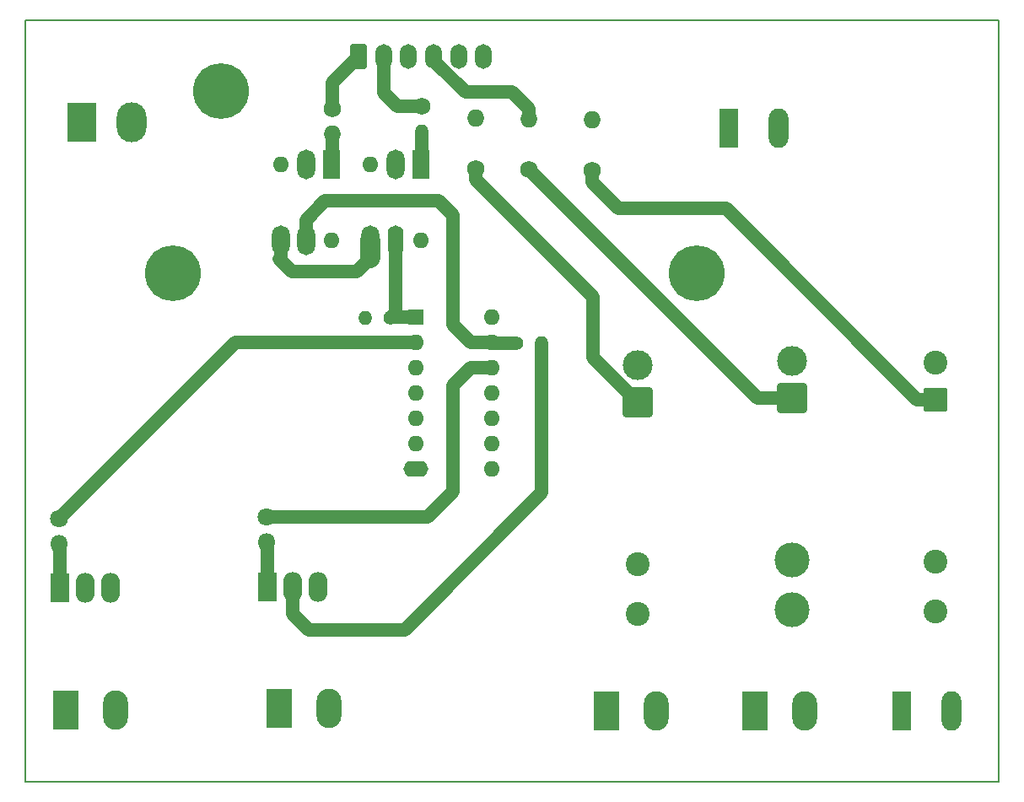
<source format=gbr>
%TF.GenerationSoftware,KiCad,Pcbnew,6.0.11+dfsg-1*%
%TF.CreationDate,2023-03-13T21:47:27-05:00*%
%TF.ProjectId,power_control,706f7765-725f-4636-9f6e-74726f6c2e6b,rev?*%
%TF.SameCoordinates,Original*%
%TF.FileFunction,Copper,L1,Top*%
%TF.FilePolarity,Positive*%
%FSLAX46Y46*%
G04 Gerber Fmt 4.6, Leading zero omitted, Abs format (unit mm)*
G04 Created by KiCad (PCBNEW 6.0.11+dfsg-1) date 2023-03-13 21:47:27*
%MOMM*%
%LPD*%
G01*
G04 APERTURE LIST*
G04 Aperture macros list*
%AMRoundRect*
0 Rectangle with rounded corners*
0 $1 Rounding radius*
0 $2 $3 $4 $5 $6 $7 $8 $9 X,Y pos of 4 corners*
0 Add a 4 corners polygon primitive as box body*
4,1,4,$2,$3,$4,$5,$6,$7,$8,$9,$2,$3,0*
0 Add four circle primitives for the rounded corners*
1,1,$1+$1,$2,$3*
1,1,$1+$1,$4,$5*
1,1,$1+$1,$6,$7*
1,1,$1+$1,$8,$9*
0 Add four rect primitives between the rounded corners*
20,1,$1+$1,$2,$3,$4,$5,0*
20,1,$1+$1,$4,$5,$6,$7,0*
20,1,$1+$1,$6,$7,$8,$9,0*
20,1,$1+$1,$8,$9,$2,$3,0*%
G04 Aperture macros list end*
%TA.AperFunction,NonConductor*%
%ADD10C,0.200000*%
%TD*%
%TA.AperFunction,ComponentPad*%
%ADD11C,2.400000*%
%TD*%
%TA.AperFunction,ComponentPad*%
%ADD12RoundRect,0.249600X-0.950400X0.950400X-0.950400X-0.950400X0.950400X-0.950400X0.950400X0.950400X0*%
%TD*%
%TA.AperFunction,ComponentPad*%
%ADD13C,1.750000*%
%TD*%
%TA.AperFunction,ComponentPad*%
%ADD14O,1.750000X1.750000*%
%TD*%
%TA.AperFunction,ComponentPad*%
%ADD15R,1.980000X3.960000*%
%TD*%
%TA.AperFunction,ComponentPad*%
%ADD16O,1.980000X3.960000*%
%TD*%
%TA.AperFunction,ComponentPad*%
%ADD17RoundRect,0.250000X-0.600000X-1.000000X0.600000X-1.000000X0.600000X1.000000X-0.600000X1.000000X0*%
%TD*%
%TA.AperFunction,ComponentPad*%
%ADD18O,1.700000X2.500000*%
%TD*%
%TA.AperFunction,ComponentPad*%
%ADD19R,1.905000X3.000000*%
%TD*%
%TA.AperFunction,ComponentPad*%
%ADD20O,1.905000X3.000000*%
%TD*%
%TA.AperFunction,ComponentPad*%
%ADD21O,1.600000X1.600000*%
%TD*%
%TA.AperFunction,ComponentPad*%
%ADD22O,1.600000X3.000000*%
%TD*%
%TA.AperFunction,ComponentPad*%
%ADD23O,1.800000X3.000000*%
%TD*%
%TA.AperFunction,ComponentPad*%
%ADD24R,1.800000X3.000000*%
%TD*%
%TA.AperFunction,ComponentPad*%
%ADD25R,2.500000X3.960000*%
%TD*%
%TA.AperFunction,ComponentPad*%
%ADD26O,2.500000X3.960000*%
%TD*%
%TA.AperFunction,ComponentPad*%
%ADD27C,5.600000*%
%TD*%
%TA.AperFunction,ComponentPad*%
%ADD28O,1.400000X1.400000*%
%TD*%
%TA.AperFunction,ComponentPad*%
%ADD29C,3.500000*%
%TD*%
%TA.AperFunction,ComponentPad*%
%ADD30RoundRect,0.312000X-1.188000X1.188000X-1.188000X-1.188000X1.188000X-1.188000X1.188000X1.188000X0*%
%TD*%
%TA.AperFunction,ComponentPad*%
%ADD31C,3.000000*%
%TD*%
%TA.AperFunction,ComponentPad*%
%ADD32R,1.600000X1.600000*%
%TD*%
%TA.AperFunction,ComponentPad*%
%ADD33O,2.500000X1.600000*%
%TD*%
%TA.AperFunction,ComponentPad*%
%ADD34C,1.400000*%
%TD*%
%TA.AperFunction,ComponentPad*%
%ADD35C,1.800000*%
%TD*%
%TA.AperFunction,ComponentPad*%
%ADD36O,1.800000X1.800000*%
%TD*%
%TA.AperFunction,ComponentPad*%
%ADD37R,3.000000X3.960000*%
%TD*%
%TA.AperFunction,ComponentPad*%
%ADD38O,3.000000X4.000000*%
%TD*%
%TA.AperFunction,Conductor*%
%ADD39C,1.330000*%
%TD*%
%TA.AperFunction,Conductor*%
%ADD40C,2.000000*%
%TD*%
G04 APERTURE END LIST*
D10*
X203894000Y-39111000D02*
X106200000Y-39111000D01*
X106200000Y-39111000D02*
X106200000Y-115600000D01*
X106200000Y-115600000D02*
X203894000Y-115600000D01*
X203894000Y-115600000D02*
X203894000Y-39111000D01*
D11*
%TO.P,U_fan1,11*%
%TO.N,Net-(J_fan1-Pad1)*%
X197583000Y-93466000D03*
%TO.P,U_fan1,14*%
%TO.N,Net-(J_fan1-Pad2)*%
X197583000Y-98466000D03*
D12*
%TO.P,U_fan1,A1*%
%TO.N,Net-(R9-Pad1)*%
X197583000Y-77216000D03*
D11*
%TO.P,U_fan1,A2*%
%TO.N,GND5V*%
X197583000Y-73466000D03*
%TD*%
D13*
%TO.P,R9,1*%
%TO.N,Net-(R9-Pad1)*%
X163068000Y-54179000D03*
D14*
%TO.P,R9,2*%
%TO.N,D34*%
X163068000Y-49099000D03*
%TD*%
D15*
%TO.P,J_fan1,1,Pin_1*%
%TO.N,Net-(J_fan1-Pad1)*%
X194183000Y-108458000D03*
D16*
%TO.P,J_fan1,2,Pin_2*%
%TO.N,Net-(J_fan1-Pad2)*%
X199183000Y-108458000D03*
%TD*%
D17*
%TO.P,J1,1,Pin_1*%
%TO.N,D25*%
X139673000Y-42753000D03*
D18*
%TO.P,J1,2,Pin_2*%
%TO.N,D26*%
X142173000Y-42753000D03*
%TO.P,J1,3,Pin_3*%
%TO.N,D32*%
X144673000Y-42753000D03*
%TO.P,J1,4,Pin_4*%
%TO.N,D33*%
X147173000Y-42753000D03*
%TO.P,J1,5,Pin_5*%
%TO.N,D34*%
X149673000Y-42753000D03*
%TO.P,J1,6,Pin_6*%
%TO.N,GND5V*%
X152173000Y-42753000D03*
%TD*%
D19*
%TO.P,Q1,1,B*%
%TO.N,Net-(Q1-Pad1)*%
X109660000Y-96145000D03*
D20*
%TO.P,Q1,2,C*%
%TO.N,12v*%
X112200000Y-96145000D03*
%TO.P,Q1,3,E*%
%TO.N,Net-(OUT1-Pad1)*%
X114740000Y-96145000D03*
%TD*%
D21*
%TO.P,U2,6*%
%TO.N,unconnected-(U2-Pad6)*%
X145925000Y-61220000D03*
D22*
%TO.P,U2,5*%
%TO.N,Net-(R5-Pad1)*%
X143385000Y-61220000D03*
D23*
%TO.P,U2,4*%
%TO.N,GND5V*%
X140845000Y-61220000D03*
D21*
%TO.P,U2,3,NC*%
%TO.N,unconnected-(U2-Pad3)*%
X140845000Y-53600000D03*
D23*
%TO.P,U2,2*%
%TO.N,GND5V*%
X143385000Y-53600000D03*
D24*
%TO.P,U2,1*%
%TO.N,Net-(R3-Pad2)*%
X145925000Y-53600000D03*
%TD*%
D25*
%TO.P,J_wpump1,1,Pin_1*%
%TO.N,Net-(J_wpump1-Pad1)*%
X179411500Y-108439000D03*
D26*
%TO.P,J_wpump1,2,Pin_2*%
%TO.N,Net-(J_wpump1-Pad2)*%
X184411500Y-108439000D03*
%TD*%
D13*
%TO.P,R2,1*%
%TO.N,Net-(R2-Pad1)*%
X156718000Y-54102000D03*
D14*
%TO.P,R2,2*%
%TO.N,D33*%
X156718000Y-49022000D03*
%TD*%
D27*
%TO.P,H2,1*%
%TO.N,N/C*%
X173609000Y-64516000D03*
%TD*%
D21*
%TO.P,U3,6*%
%TO.N,unconnected-(U3-Pad6)*%
X136925000Y-61220000D03*
D23*
%TO.P,U3,5*%
%TO.N,Net-(R6-Pad1)*%
X134385000Y-61220000D03*
%TO.P,U3,4*%
%TO.N,GND5V*%
X131845000Y-61220000D03*
D21*
%TO.P,U3,3,NC*%
%TO.N,unconnected-(U3-Pad3)*%
X131845000Y-53600000D03*
D23*
%TO.P,U3,2*%
%TO.N,GND5V*%
X134385000Y-53600000D03*
D24*
%TO.P,U3,1*%
%TO.N,Net-(R4-Pad2)*%
X136925000Y-53600000D03*
%TD*%
D13*
%TO.P,R3,1*%
%TO.N,D26*%
X146000000Y-47780000D03*
D28*
%TO.P,R3,2*%
%TO.N,Net-(R3-Pad2)*%
X146000000Y-50320000D03*
%TD*%
D29*
%TO.P,U_wpump1,11*%
%TO.N,Net-(J_wpump1-Pad1)*%
X183134000Y-93339000D03*
%TO.P,U_wpump1,14*%
%TO.N,Net-(J_wpump1-Pad2)*%
X183134000Y-98339000D03*
D30*
%TO.P,U_wpump1,A1*%
%TO.N,Net-(R2-Pad1)*%
X183134000Y-77089000D03*
D31*
%TO.P,U_wpump1,A2*%
%TO.N,GND5V*%
X183134000Y-73339000D03*
%TD*%
D32*
%TO.P,U1,1*%
%TO.N,Net-(R5-Pad1)*%
X145400000Y-68975000D03*
D21*
%TO.P,U1,2*%
%TO.N,Net-(R7-Pad1)*%
X145400000Y-71515000D03*
%TO.P,U1,3*%
%TO.N,unconnected-(U1-Pad3)*%
X145400000Y-74055000D03*
%TO.P,U1,4*%
%TO.N,unconnected-(U1-Pad4)*%
X145400000Y-76595000D03*
%TO.P,U1,5*%
%TO.N,unconnected-(U1-Pad5)*%
X145400000Y-79135000D03*
%TO.P,U1,6*%
%TO.N,unconnected-(U1-Pad6)*%
X145400000Y-81675000D03*
D33*
%TO.P,U1,7,VSS*%
%TO.N,GND5V*%
X145400000Y-84215000D03*
D21*
%TO.P,U1,8*%
%TO.N,unconnected-(U1-Pad8)*%
X153020000Y-84215000D03*
%TO.P,U1,9*%
%TO.N,unconnected-(U1-Pad9)*%
X153020000Y-81675000D03*
%TO.P,U1,10*%
%TO.N,unconnected-(U1-Pad10)*%
X153020000Y-79135000D03*
%TO.P,U1,11*%
%TO.N,unconnected-(U1-Pad11)*%
X153020000Y-76595000D03*
%TO.P,U1,12*%
%TO.N,Net-(R8-Pad1)*%
X153020000Y-74055000D03*
%TO.P,U1,13*%
%TO.N,Net-(R6-Pad1)*%
X153020000Y-71515000D03*
%TO.P,U1,14,VDD*%
%TO.N,5v*%
X153020000Y-68975000D03*
%TD*%
D25*
%TO.P,OUT2,1,Pin_1*%
%TO.N,Net-(OUT2-Pad1)*%
X131635000Y-108200000D03*
D26*
%TO.P,OUT2,2,Pin_2*%
%TO.N,GND5V*%
X136635000Y-108200000D03*
%TD*%
D34*
%TO.P,R6,1*%
%TO.N,Net-(R6-Pad1)*%
X155490000Y-71600000D03*
D28*
%TO.P,R6,2*%
%TO.N,5v*%
X158030000Y-71600000D03*
%TD*%
D19*
%TO.P,Q2,1,B*%
%TO.N,Net-(Q2-Pad1)*%
X130460000Y-96000000D03*
D20*
%TO.P,Q2,2,C*%
%TO.N,5v*%
X133000000Y-96000000D03*
%TO.P,Q2,3,E*%
%TO.N,Net-(OUT2-Pad1)*%
X135540000Y-96000000D03*
%TD*%
D13*
%TO.P,R1,1*%
%TO.N,Net-(R1-Pad1)*%
X151384000Y-54052000D03*
D14*
%TO.P,R1,2*%
%TO.N,D32*%
X151384000Y-48972000D03*
%TD*%
D27*
%TO.P,H1,1*%
%TO.N,N/C*%
X125857000Y-46228000D03*
%TD*%
D35*
%TO.P,R7,1*%
%TO.N,Net-(R7-Pad1)*%
X109600000Y-89180000D03*
D36*
%TO.P,R7,2*%
%TO.N,Net-(Q1-Pad1)*%
X109600000Y-91720000D03*
%TD*%
D27*
%TO.P,H3,1*%
%TO.N,N/C*%
X121031000Y-64516000D03*
%TD*%
D15*
%TO.P,5V1,1,Pin_1*%
%TO.N,5v*%
X176835000Y-50000000D03*
D16*
%TO.P,5V1,2,Pin_2*%
%TO.N,GND5V*%
X181835000Y-50000000D03*
%TD*%
D34*
%TO.P,R5,1*%
%TO.N,Net-(R5-Pad1)*%
X142820000Y-69000000D03*
D28*
%TO.P,R5,2*%
%TO.N,5v*%
X140280000Y-69000000D03*
%TD*%
D37*
%TO.P,12V1,1,Pin_1*%
%TO.N,12v*%
X111835000Y-49400000D03*
D38*
%TO.P,12V1,2,Pin_2*%
%TO.N,GND12V*%
X116835000Y-49400000D03*
%TD*%
D25*
%TO.P,J_oxygen1,1,Pin_1*%
%TO.N,Net-(J_oxygen1-Pad1)*%
X164545000Y-108458000D03*
D26*
%TO.P,J_oxygen1,2,Pin_2*%
%TO.N,Net-(J_oxygen1-Pad2)*%
X169545000Y-108458000D03*
%TD*%
D35*
%TO.P,R8,1*%
%TO.N,Net-(R8-Pad1)*%
X130400000Y-89035000D03*
D36*
%TO.P,R8,2*%
%TO.N,Net-(Q2-Pad1)*%
X130400000Y-91575000D03*
%TD*%
D25*
%TO.P,OUT1,1,Pin_1*%
%TO.N,Net-(OUT1-Pad1)*%
X110235000Y-108400000D03*
D26*
%TO.P,OUT1,2,Pin_2*%
%TO.N,GND12V*%
X115235000Y-108400000D03*
%TD*%
D11*
%TO.P,U_oxygen1,11*%
%TO.N,Net-(J_oxygen1-Pad1)*%
X167667500Y-93758000D03*
%TO.P,U_oxygen1,14*%
%TO.N,Net-(J_oxygen1-Pad2)*%
X167667500Y-98758000D03*
D30*
%TO.P,U_oxygen1,A1*%
%TO.N,Net-(R1-Pad1)*%
X167667500Y-77508000D03*
D31*
%TO.P,U_oxygen1,A2*%
%TO.N,GND5V*%
X167667500Y-73758000D03*
%TD*%
D13*
%TO.P,R4,1*%
%TO.N,D25*%
X137000000Y-48000000D03*
D14*
%TO.P,R4,2*%
%TO.N,Net-(R4-Pad2)*%
X137000000Y-50540000D03*
%TD*%
D39*
%TO.N,Net-(R9-Pad1)*%
X176530000Y-58039000D02*
X195707000Y-77216000D01*
X195707000Y-77216000D02*
X197583000Y-77216000D01*
X176530000Y-58039000D02*
X165735000Y-58039000D01*
X165735000Y-58039000D02*
X163068000Y-55372000D01*
X163068000Y-55372000D02*
X163068000Y-54179000D01*
%TO.N,D33*%
X156718000Y-49022000D02*
X156718000Y-48006000D01*
X156718000Y-48006000D02*
X155067000Y-46355000D01*
X155067000Y-46355000D02*
X150368000Y-46355000D01*
X150368000Y-46355000D02*
X147173000Y-43160000D01*
X147173000Y-43160000D02*
X147173000Y-42753000D01*
%TO.N,D26*%
X146000000Y-47780000D02*
X143538000Y-47780000D01*
X143538000Y-47780000D02*
X142173000Y-46415000D01*
X142173000Y-46415000D02*
X142173000Y-42753000D01*
%TO.N,D25*%
X139673000Y-42753000D02*
X139619000Y-42753000D01*
X139619000Y-42753000D02*
X137000000Y-45372000D01*
X137000000Y-45372000D02*
X137000000Y-48000000D01*
%TO.N,GND5V*%
X132969000Y-64389000D02*
X131699000Y-63119000D01*
X139446000Y-64389000D02*
X132969000Y-64389000D01*
D40*
X140845000Y-61220000D02*
X140845000Y-62990000D01*
D39*
X140845000Y-62990000D02*
X139446000Y-64389000D01*
X131845000Y-62973000D02*
X131845000Y-61220000D01*
X131699000Y-63119000D02*
X131845000Y-62973000D01*
%TO.N,Net-(Q1-Pad1)*%
X109660000Y-91780000D02*
X109600000Y-91720000D01*
X109660000Y-96145000D02*
X109660000Y-91780000D01*
%TO.N,Net-(Q2-Pad1)*%
X130460000Y-96000000D02*
X130460000Y-91635000D01*
X130460000Y-91635000D02*
X130400000Y-91575000D01*
%TO.N,5v*%
X158030000Y-71600000D02*
X158030000Y-86572000D01*
X134620000Y-100330000D02*
X133000000Y-98710000D01*
X158030000Y-86572000D02*
X144272000Y-100330000D01*
X133000000Y-98710000D02*
X133000000Y-96000000D01*
X144272000Y-100330000D02*
X134620000Y-100330000D01*
%TO.N,Net-(R1-Pad1)*%
X151384000Y-55118000D02*
X151384000Y-54052000D01*
X167667500Y-77508000D02*
X163195000Y-73035500D01*
X163195000Y-73035500D02*
X163195000Y-66929000D01*
X163195000Y-66929000D02*
X151384000Y-55118000D01*
%TO.N,Net-(R2-Pad1)*%
X183134000Y-77089000D02*
X179705000Y-77089000D01*
X179705000Y-77089000D02*
X156718000Y-54102000D01*
%TO.N,Net-(R3-Pad2)*%
X146000000Y-53525000D02*
X145925000Y-53600000D01*
X146000000Y-50320000D02*
X146000000Y-53525000D01*
%TO.N,Net-(R4-Pad2)*%
X137000000Y-53525000D02*
X136925000Y-53600000D01*
X137000000Y-50540000D02*
X137000000Y-53525000D01*
%TO.N,Net-(R5-Pad1)*%
X145400000Y-68975000D02*
X142845000Y-68975000D01*
X142845000Y-68975000D02*
X142820000Y-69000000D01*
X143385000Y-61220000D02*
X143385000Y-68435000D01*
X143385000Y-68435000D02*
X142820000Y-69000000D01*
%TO.N,Net-(R6-Pad1)*%
X149098000Y-69723000D02*
X149098000Y-58674000D01*
X155490000Y-71600000D02*
X153105000Y-71600000D01*
X147701000Y-57277000D02*
X136271000Y-57277000D01*
X153020000Y-71515000D02*
X150890000Y-71515000D01*
X149098000Y-58674000D02*
X147701000Y-57277000D01*
X150890000Y-71515000D02*
X149098000Y-69723000D01*
X153105000Y-71600000D02*
X153020000Y-71515000D01*
X134385000Y-59163000D02*
X134385000Y-61220000D01*
X136271000Y-57277000D02*
X134385000Y-59163000D01*
%TO.N,Net-(R7-Pad1)*%
X127265000Y-71515000D02*
X109600000Y-89180000D01*
X145400000Y-71515000D02*
X127265000Y-71515000D01*
%TO.N,Net-(R8-Pad1)*%
X146550000Y-89035000D02*
X130400000Y-89035000D01*
X149098000Y-75819000D02*
X149098000Y-86487000D01*
X149098000Y-86487000D02*
X146550000Y-89035000D01*
X153020000Y-74055000D02*
X150862000Y-74055000D01*
X150862000Y-74055000D02*
X149098000Y-75819000D01*
%TD*%
M02*

</source>
